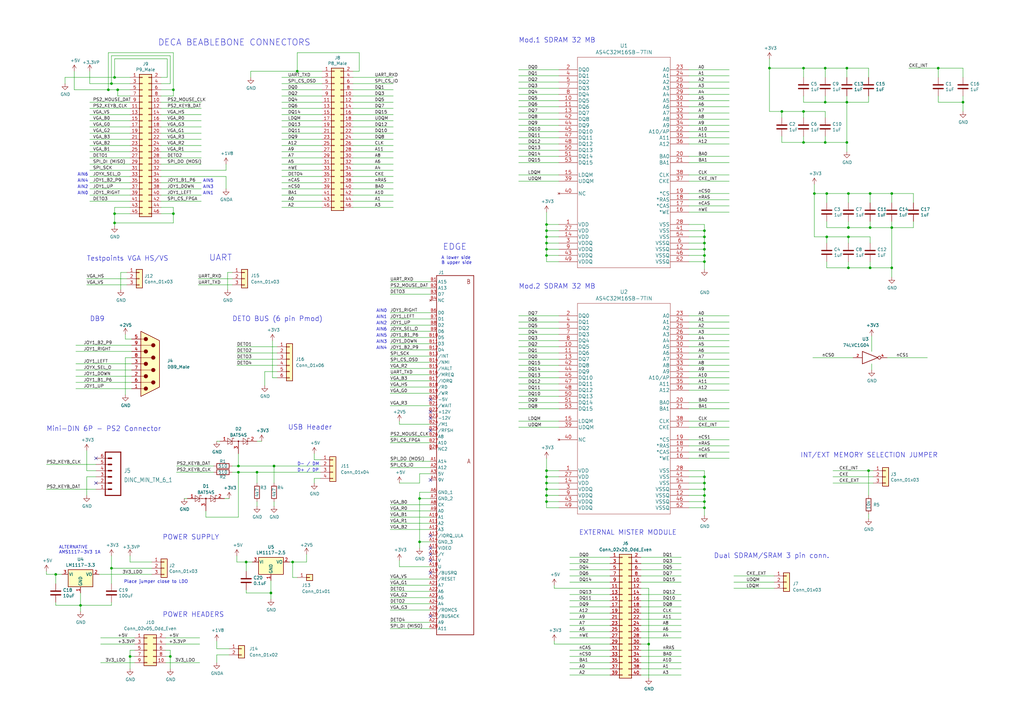
<source format=kicad_sch>
(kicad_sch (version 20211123) (generator eeschema)
  (paper "A3")
  (junction (at 347.345 41.91))
  (junction (at 315.595 27.94))
  (junction (at 224.155 195.58))
  (junction (at 288.925 195.58))
  (junction (at 45.72 34.29))
  (junction (at 111.125 243.205))
  (junction (at 46.99 91.44))
  (junction (at 365.76 93.345))
  (junction (at 33.02 248.285))
  (junction (at 224.155 193.04))
  (junction (at 384.81 27.94))
  (junction (at 224.155 94.615))
  (junction (at 224.155 200.66))
  (junction (at 46.99 31.75))
  (junction (at 288.925 107.315))
  (junction (at 356.87 109.855))
  (junction (at 224.155 92.075))
  (junction (at 266.065 264.16))
  (junction (at 46.99 87.63))
  (junction (at 288.925 205.74))
  (junction (at 356.87 79.375))
  (junction (at 224.155 198.12))
  (junction (at 347.345 27.94))
  (junction (at 172.085 222.25))
  (junction (at 347.98 109.855))
  (junction (at 288.925 200.66))
  (junction (at 288.925 104.775))
  (junction (at 100.965 230.505))
  (junction (at 120.015 230.505))
  (junction (at 172.085 204.47))
  (junction (at 53.34 269.24))
  (junction (at 44.45 36.83))
  (junction (at 329.565 45.72))
  (junction (at 394.97 41.91))
  (junction (at 347.98 79.375))
  (junction (at 338.455 58.42))
  (junction (at 338.455 27.94))
  (junction (at 320.675 45.72))
  (junction (at 224.155 102.235))
  (junction (at 224.155 203.2))
  (junction (at 288.925 102.235))
  (junction (at 48.26 36.83))
  (junction (at 288.925 94.615))
  (junction (at 365.76 79.375))
  (junction (at 288.925 97.155))
  (junction (at 347.98 93.345))
  (junction (at 356.87 93.345))
  (junction (at 224.155 99.695))
  (junction (at 45.72 233.045))
  (junction (at 22.86 235.585))
  (junction (at 71.12 87.63))
  (junction (at 365.76 109.855))
  (junction (at 347.98 97.155))
  (junction (at 339.09 97.155))
  (junction (at 288.925 203.2))
  (junction (at 121.92 29.21))
  (junction (at 288.925 198.12))
  (junction (at 97.79 191.135))
  (junction (at 105.41 193.675))
  (junction (at 338.455 41.91))
  (junction (at 339.09 79.375))
  (junction (at 71.12 36.83))
  (junction (at 112.395 191.135))
  (junction (at 69.85 269.24))
  (junction (at 329.565 27.94))
  (junction (at 224.155 205.74))
  (junction (at 288.925 99.695))
  (junction (at 288.925 208.28))
  (junction (at 347.345 58.42))
  (junction (at 97.79 193.675))
  (junction (at 356.235 193.04))
  (junction (at 334.01 79.375))
  (junction (at 329.565 58.42))
  (junction (at 224.155 97.155))
  (junction (at 224.155 104.775))
  (no_connect (at 176.53 227.33))
  (no_connect (at 176.53 176.53))
  (no_connect (at 176.53 252.73))
  (no_connect (at 176.53 196.85))
  (no_connect (at 176.53 229.87))
  (no_connect (at 176.53 224.79))
  (no_connect (at 39.37 187.96))
  (no_connect (at 39.37 198.12))
  (no_connect (at 176.53 234.95))
  (no_connect (at 176.53 171.45))
  (no_connect (at 176.53 163.83))
  (no_connect (at 176.53 168.91))
  (no_connect (at 176.53 219.71))
  (wire (pts (xy 227.33 262.89) (xy 227.33 264.16)))
  (wire (pts (xy 299.085 154.94) (xy 282.575 154.94)))
  (wire (pts (xy 71.12 39.37) (xy 66.04 39.37)))
  (wire (pts (xy 282.575 102.235) (xy 288.925 102.235)))
  (wire (pts (xy 161.29 59.69) (xy 144.78 59.69)))
  (wire (pts (xy 338.455 45.72) (xy 338.455 48.26)))
  (wire (pts (xy 132.08 64.77) (xy 115.57 64.77)))
  (wire (pts (xy 125.73 230.505) (xy 125.73 227.33)))
  (wire (pts (xy 82.55 64.77) (xy 66.04 64.77)))
  (wire (pts (xy 279.4 248.92) (xy 262.89 248.92)))
  (wire (pts (xy 250.19 276.86) (xy 233.68 276.86)))
  (wire (pts (xy 299.085 147.32) (xy 282.575 147.32)))
  (wire (pts (xy 349.885 146.685) (xy 333.375 146.685)))
  (wire (pts (xy 147.32 21.59) (xy 121.92 21.59)))
  (wire (pts (xy 82.55 77.47) (xy 66.04 77.47)))
  (wire (pts (xy 229.235 61.595) (xy 212.725 61.595)))
  (wire (pts (xy 224.155 200.66) (xy 224.155 203.2)))
  (wire (pts (xy 31.115 159.385) (xy 53.975 159.385)))
  (wire (pts (xy 224.155 94.615) (xy 224.155 97.155)))
  (wire (pts (xy 35.56 195.58) (xy 35.56 203.2)))
  (wire (pts (xy 147.32 29.21) (xy 144.78 29.21)))
  (wire (pts (xy 250.19 271.78) (xy 233.68 271.78)))
  (wire (pts (xy 111.125 243.205) (xy 111.125 245.745)))
  (wire (pts (xy 384.81 27.94) (xy 394.97 27.94)))
  (wire (pts (xy 329.565 48.26) (xy 329.565 45.72)))
  (wire (pts (xy 31.115 144.145) (xy 53.975 144.145)))
  (wire (pts (xy 53.34 62.23) (xy 36.83 62.23)))
  (wire (pts (xy 53.34 82.55) (xy 36.83 82.55)))
  (wire (pts (xy 315.595 24.13) (xy 315.595 27.94)))
  (wire (pts (xy 69.85 269.24) (xy 69.85 266.7)))
  (wire (pts (xy 88.9 268.605) (xy 93.98 268.605)))
  (wire (pts (xy 299.085 167.64) (xy 282.575 167.64)))
  (wire (pts (xy 356.87 107.315) (xy 356.87 109.855)))
  (wire (pts (xy 229.235 64.135) (xy 212.725 64.135)))
  (wire (pts (xy 357.505 144.145) (xy 357.505 137.795)))
  (wire (pts (xy 121.92 236.855) (xy 120.015 236.855)))
  (wire (pts (xy 347.345 41.91) (xy 356.235 41.91)))
  (wire (pts (xy 338.455 58.42) (xy 347.345 58.42)))
  (wire (pts (xy 315.595 27.94) (xy 315.595 45.72)))
  (wire (pts (xy 299.085 46.355) (xy 282.575 46.355)))
  (wire (pts (xy 372.745 27.94) (xy 384.81 27.94)))
  (wire (pts (xy 39.37 195.58) (xy 35.56 195.58)))
  (wire (pts (xy 53.34 59.69) (xy 36.83 59.69)))
  (wire (pts (xy 62.23 233.045) (xy 45.72 233.045)))
  (wire (pts (xy 93.345 118.745) (xy 93.345 111.76)))
  (wire (pts (xy 132.08 74.93) (xy 115.57 74.93)))
  (wire (pts (xy 229.235 56.515) (xy 212.725 56.515)))
  (wire (pts (xy 176.53 181.61) (xy 160.02 181.61)))
  (wire (pts (xy 347.98 93.345) (xy 356.87 93.345)))
  (wire (pts (xy 299.085 149.86) (xy 282.575 149.86)))
  (wire (pts (xy 176.53 201.93) (xy 172.085 201.93)))
  (wire (pts (xy 82.55 82.55) (xy 66.04 82.55)))
  (wire (pts (xy 227.33 241.3) (xy 250.19 241.3)))
  (wire (pts (xy 82.55 46.99) (xy 66.04 46.99)))
  (wire (pts (xy 299.085 36.195) (xy 282.575 36.195)))
  (wire (pts (xy 229.235 129.54) (xy 212.725 129.54)))
  (wire (pts (xy 51.435 146.685) (xy 53.975 146.685)))
  (wire (pts (xy 279.4 236.22) (xy 262.89 236.22)))
  (wire (pts (xy 339.09 97.155) (xy 347.98 97.155)))
  (wire (pts (xy 161.29 52.07) (xy 144.78 52.07)))
  (wire (pts (xy 53.34 227.965) (xy 53.34 230.505)))
  (wire (pts (xy 250.19 274.32) (xy 233.68 274.32)))
  (wire (pts (xy 229.235 36.195) (xy 212.725 36.195)))
  (wire (pts (xy 224.155 104.775) (xy 224.155 107.315)))
  (wire (pts (xy 72.39 191.135) (xy 87.63 191.135)))
  (wire (pts (xy 229.235 48.895) (xy 212.725 48.895)))
  (wire (pts (xy 356.235 41.91) (xy 356.235 39.37)))
  (wire (pts (xy 224.155 198.12) (xy 224.155 195.58)))
  (wire (pts (xy 132.08 49.53) (xy 115.57 49.53)))
  (wire (pts (xy 53.34 77.47) (xy 36.83 77.47)))
  (wire (pts (xy 53.34 31.75) (xy 46.99 31.75)))
  (wire (pts (xy 71.12 91.44) (xy 46.99 91.44)))
  (wire (pts (xy 288.925 205.74) (xy 288.925 208.28)))
  (wire (pts (xy 279.4 261.62) (xy 262.89 261.62)))
  (wire (pts (xy 299.085 165.1) (xy 282.575 165.1)))
  (wire (pts (xy 288.925 198.12) (xy 288.925 200.66)))
  (wire (pts (xy 45.72 34.29) (xy 53.34 34.29)))
  (wire (pts (xy 299.085 142.24) (xy 282.575 142.24)))
  (wire (pts (xy 299.085 51.435) (xy 282.575 51.435)))
  (wire (pts (xy 176.53 191.77) (xy 160.02 191.77)))
  (wire (pts (xy 288.925 193.04) (xy 288.925 195.58)))
  (wire (pts (xy 288.925 94.615) (xy 288.925 97.155)))
  (wire (pts (xy 176.53 207.01) (xy 160.02 207.01)))
  (wire (pts (xy 288.925 97.155) (xy 288.925 99.695)))
  (wire (pts (xy 176.53 173.99) (xy 163.83 173.99)))
  (wire (pts (xy 339.09 109.855) (xy 347.98 109.855)))
  (wire (pts (xy 33.02 243.205) (xy 33.02 248.285)))
  (wire (pts (xy 22.86 239.395) (xy 22.86 235.585)))
  (wire (pts (xy 68.58 24.13) (xy 68.58 31.75)))
  (wire (pts (xy 229.235 104.775) (xy 224.155 104.775)))
  (wire (pts (xy 71.12 36.83) (xy 66.04 36.83)))
  (wire (pts (xy 176.53 146.05) (xy 160.02 146.05)))
  (wire (pts (xy 31.115 141.605) (xy 53.975 141.605)))
  (wire (pts (xy 161.29 67.31) (xy 144.78 67.31)))
  (wire (pts (xy 279.4 251.46) (xy 262.89 251.46)))
  (wire (pts (xy 113.665 149.86) (xy 97.155 149.86)))
  (wire (pts (xy 95.25 191.135) (xy 97.79 191.135)))
  (wire (pts (xy 81.28 116.84) (xy 95.25 116.84)))
  (wire (pts (xy 172.085 194.31) (xy 176.53 194.31)))
  (wire (pts (xy 52.07 114.3) (xy 35.56 114.3)))
  (wire (pts (xy 339.09 93.345) (xy 347.98 93.345)))
  (wire (pts (xy 299.085 86.995) (xy 282.575 86.995)))
  (wire (pts (xy 176.53 257.81) (xy 160.02 257.81)))
  (wire (pts (xy 334.01 79.375) (xy 334.01 97.155)))
  (wire (pts (xy 46.99 85.09) (xy 46.99 87.63)))
  (wire (pts (xy 279.4 276.86) (xy 262.89 276.86)))
  (wire (pts (xy 97.79 193.675) (xy 105.41 193.675)))
  (wire (pts (xy 19.05 235.585) (xy 22.86 235.585)))
  (wire (pts (xy 224.155 99.695) (xy 224.155 102.235)))
  (wire (pts (xy 111.76 139.7) (xy 111.76 154.94)))
  (wire (pts (xy 48.26 36.83) (xy 53.34 36.83)))
  (wire (pts (xy 334.01 79.375) (xy 339.09 79.375)))
  (wire (pts (xy 176.53 115.57) (xy 160.02 115.57)))
  (wire (pts (xy 229.235 152.4) (xy 212.725 152.4)))
  (wire (pts (xy 161.29 72.39) (xy 144.78 72.39)))
  (wire (pts (xy 299.085 59.055) (xy 282.575 59.055)))
  (wire (pts (xy 279.4 231.14) (xy 262.89 231.14)))
  (wire (pts (xy 132.08 85.09) (xy 115.57 85.09)))
  (wire (pts (xy 299.085 187.96) (xy 282.575 187.96)))
  (wire (pts (xy 279.4 254) (xy 262.89 254)))
  (wire (pts (xy 224.155 97.155) (xy 224.155 99.695)))
  (wire (pts (xy 68.58 24.13) (xy 46.99 24.13)))
  (wire (pts (xy 100.965 230.505) (xy 103.505 230.505)))
  (wire (pts (xy 161.29 69.85) (xy 144.78 69.85)))
  (wire (pts (xy 45.72 239.395) (xy 45.72 233.045)))
  (wire (pts (xy 31.115 156.845) (xy 53.975 156.845)))
  (wire (pts (xy 161.29 82.55) (xy 144.78 82.55)))
  (wire (pts (xy 229.235 99.695) (xy 224.155 99.695)))
  (wire (pts (xy 356.87 83.185) (xy 356.87 79.375)))
  (wire (pts (xy 357.505 151.765) (xy 357.505 149.225)))
  (wire (pts (xy 31.115 149.225) (xy 53.975 149.225)))
  (wire (pts (xy 229.235 71.755) (xy 212.725 71.755)))
  (wire (pts (xy 339.09 83.185) (xy 339.09 79.375)))
  (wire (pts (xy 338.455 39.37) (xy 338.455 41.91)))
  (wire (pts (xy 299.085 139.7) (xy 282.575 139.7)))
  (wire (pts (xy 51.435 146.685) (xy 51.435 161.925)))
  (wire (pts (xy 229.235 51.435) (xy 212.725 51.435)))
  (wire (pts (xy 176.53 158.75) (xy 160.02 158.75)))
  (wire (pts (xy 176.53 237.49) (xy 160.02 237.49)))
  (wire (pts (xy 279.4 238.76) (xy 262.89 238.76)))
  (wire (pts (xy 161.29 57.15) (xy 144.78 57.15)))
  (wire (pts (xy 22.86 235.585) (xy 25.4 235.585)))
  (wire (pts (xy 176.53 156.21) (xy 160.02 156.21)))
  (wire (pts (xy 84.455 212.09) (xy 97.79 212.09)))
  (wire (pts (xy 288.925 104.775) (xy 288.925 107.315)))
  (wire (pts (xy 288.925 99.695) (xy 288.925 102.235)))
  (wire (pts (xy 88.9 262.89) (xy 88.9 266.065)))
  (wire (pts (xy 176.53 189.23) (xy 160.02 189.23)))
  (wire (pts (xy 53.975 139.065) (xy 51.435 139.065)))
  (wire (pts (xy 288.925 200.66) (xy 288.925 203.2)))
  (wire (pts (xy 356.235 31.75) (xy 356.235 27.94)))
  (wire (pts (xy 132.08 72.39) (xy 115.57 72.39)))
  (wire (pts (xy 279.4 271.78) (xy 262.89 271.78)))
  (wire (pts (xy 66.04 34.29) (xy 69.85 34.29)))
  (wire (pts (xy 299.085 84.455) (xy 282.575 84.455)))
  (wire (pts (xy 132.08 59.69) (xy 115.57 59.69)))
  (wire (pts (xy 67.945 271.78) (xy 81.915 271.78)))
  (wire (pts (xy 118.745 230.505) (xy 120.015 230.505)))
  (wire (pts (xy 172.085 222.25) (xy 172.085 224.79)))
  (wire (pts (xy 224.155 193.04) (xy 224.155 187.96)))
  (wire (pts (xy 315.595 27.94) (xy 329.565 27.94)))
  (wire (pts (xy 111.76 154.94) (xy 113.665 154.94)))
  (wire (pts (xy 161.29 62.23) (xy 144.78 62.23)))
  (wire (pts (xy 299.085 43.815) (xy 282.575 43.815)))
  (wire (pts (xy 394.97 41.91) (xy 394.97 45.72)))
  (wire (pts (xy 41.275 261.62) (xy 55.245 261.62)))
  (wire (pts (xy 365.76 93.345) (xy 374.65 93.345)))
  (wire (pts (xy 224.155 92.075) (xy 224.155 94.615)))
  (wire (pts (xy 262.89 264.16) (xy 266.065 264.16)))
  (wire (pts (xy 176.53 120.65) (xy 160.02 120.65)))
  (wire (pts (xy 31.115 154.305) (xy 53.975 154.305)))
  (wire (pts (xy 299.085 129.54) (xy 282.575 129.54)))
  (wire (pts (xy 176.53 138.43) (xy 160.02 138.43)))
  (wire (pts (xy 229.235 92.075) (xy 224.155 92.075)))
  (wire (pts (xy 282.575 200.66) (xy 288.925 200.66)))
  (wire (pts (xy 250.19 231.14) (xy 233.68 231.14)))
  (wire (pts (xy 176.53 143.51) (xy 160.02 143.51)))
  (wire (pts (xy 288.925 203.2) (xy 288.925 205.74)))
  (wire (pts (xy 229.235 142.24) (xy 212.725 142.24)))
  (wire (pts (xy 176.53 179.07) (xy 160.02 179.07)))
  (wire (pts (xy 36.83 34.29) (xy 36.83 29.21)))
  (wire (pts (xy 176.53 135.89) (xy 160.02 135.89)))
  (wire (pts (xy 69.85 34.29) (xy 69.85 22.86)))
  (wire (pts (xy 97.79 191.135) (xy 112.395 191.135)))
  (wire (pts (xy 229.235 107.315) (xy 224.155 107.315)))
  (wire (pts (xy 250.19 266.7) (xy 233.68 266.7)))
  (wire (pts (xy 108.585 158.115) (xy 108.585 152.4)))
  (wire (pts (xy 55.245 269.24) (xy 53.34 269.24)))
  (wire (pts (xy 299.085 157.48) (xy 282.575 157.48)))
  (wire (pts (xy 356.87 97.155) (xy 356.87 99.695)))
  (wire (pts (xy 299.085 66.675) (xy 282.575 66.675)))
  (wire (pts (xy 68.58 31.75) (xy 66.04 31.75)))
  (wire (pts (xy 176.53 242.57) (xy 160.02 242.57)))
  (wire (pts (xy 53.34 57.15) (xy 36.83 57.15)))
  (polyline (pts (xy -43.18 244.475) (xy -0.635 244.475)))
  (wire (pts (xy 229.235 139.7) (xy 212.725 139.7)))
  (wire (pts (xy 279.4 233.68) (xy 262.89 233.68)))
  (wire (pts (xy 394.97 39.37) (xy 394.97 41.91)))
  (wire (pts (xy 320.675 58.42) (xy 329.565 58.42)))
  (wire (pts (xy 112.395 191.135) (xy 131.445 191.135)))
  (wire (pts (xy 299.085 132.08) (xy 282.575 132.08)))
  (wire (pts (xy 112.395 205.74) (xy 112.395 207.645)))
  (wire (pts (xy 229.235 41.275) (xy 212.725 41.275)))
  (wire (pts (xy 299.085 172.72) (xy 282.575 172.72)))
  (wire (pts (xy 176.53 217.17) (xy 160.02 217.17)))
  (wire (pts (xy 229.235 172.72) (xy 212.725 172.72)))
  (wire (pts (xy 41.275 264.16) (xy 55.245 264.16)))
  (wire (pts (xy 358.14 195.58) (xy 341.63 195.58)))
  (wire (pts (xy 131.445 196.215) (xy 128.905 196.215)))
  (wire (pts (xy 112.395 198.12) (xy 112.395 191.135)))
  (wire (pts (xy 161.29 85.09) (xy 144.78 85.09)))
  (wire (pts (xy 45.72 22.86) (xy 45.72 34.29)))
  (wire (pts (xy 347.98 83.185) (xy 347.98 79.375)))
  (wire (pts (xy 53.34 230.505) (xy 62.23 230.505)))
  (wire (pts (xy 224.155 205.74) (xy 224.155 208.28)))
  (wire (pts (xy 67.945 261.62) (xy 81.915 261.62)))
  (wire (pts (xy 121.92 21.59) (xy 121.92 29.21)))
  (wire (pts (xy 53.34 80.01) (xy 36.83 80.01)))
  (wire (pts (xy 317.5 238.76) (xy 300.99 238.76)))
  (wire (pts (xy 111.125 238.125) (xy 111.125 243.205)))
  (wire (pts (xy 338.455 27.94) (xy 347.345 27.94)))
  (wire (pts (xy 250.19 243.84) (xy 233.68 243.84)))
  (wire (pts (xy 53.34 46.99) (xy 36.83 46.99)))
  (wire (pts (xy 229.235 38.735) (xy 212.725 38.735)))
  (wire (pts (xy 163.83 173.99) (xy 163.83 172.72)))
  (wire (pts (xy 46.99 87.63) (xy 46.99 91.44)))
  (wire (pts (xy 163.83 232.41) (xy 163.83 229.87)))
  (wire (pts (xy 82.55 49.53) (xy 66.04 49.53)))
  (wire (pts (xy 41.275 271.78) (xy 55.245 271.78)))
  (wire (pts (xy 356.87 79.375) (xy 365.76 79.375)))
  (wire (pts (xy 71.12 21.59) (xy 44.45 21.59)))
  (wire (pts (xy 282.575 198.12) (xy 288.925 198.12)))
  (wire (pts (xy 365.76 93.345) (xy 365.76 109.855)))
  (wire (pts (xy 132.08 57.15) (xy 115.57 57.15)))
  (wire (pts (xy 105.41 193.675) (xy 131.445 193.675)))
  (wire (pts (xy 53.34 41.91) (xy 36.83 41.91)))
  (wire (pts (xy 282.575 99.695) (xy 288.925 99.695)))
  (wire (pts (xy 279.4 266.7) (xy 262.89 266.7)))
  (wire (pts (xy 288.925 92.075) (xy 288.925 94.615)))
  (wire (pts (xy 176.53 128.27) (xy 160.02 128.27)))
  (wire (pts (xy 374.65 90.805) (xy 374.65 93.345)))
  (wire (pts (xy 97.155 227.965) (xy 97.155 230.505)))
  (wire (pts (xy 176.53 209.55) (xy 160.02 209.55)))
  (wire (pts (xy 176.53 204.47) (xy 172.085 204.47)))
  (wire (pts (xy 250.19 259.08) (xy 233.68 259.08)))
  (wire (pts (xy 75.565 204.47) (xy 76.835 204.47)))
  (wire (pts (xy 250.19 248.92) (xy 233.68 248.92)))
  (wire (pts (xy 356.87 93.345) (xy 365.76 93.345)))
  (wire (pts (xy 320.675 55.88) (xy 320.675 58.42)))
  (wire (pts (xy 113.665 147.32) (xy 97.155 147.32)))
  (wire (pts (xy 288.925 107.315) (xy 288.925 110.49)))
  (wire (pts (xy 22.86 247.015) (xy 22.86 248.285)))
  (wire (pts (xy 250.19 254) (xy 233.68 254)))
  (wire (pts (xy 176.53 166.37) (xy 160.02 166.37)))
  (wire (pts (xy 358.14 198.12) (xy 341.63 198.12)))
  (wire (pts (xy 299.085 160.02) (xy 282.575 160.02)))
  (wire (pts (xy 299.085 31.115) (xy 282.575 31.115)))
  (wire (pts (xy 132.08 54.61) (xy 115.57 54.61)))
  (wire (pts (xy 82.55 54.61) (xy 66.04 54.61)))
  (wire (pts (xy 229.235 167.64) (xy 212.725 167.64)))
  (wire (pts (xy 229.235 147.32) (xy 212.725 147.32)))
  (wire (pts (xy 229.235 193.04) (xy 224.155 193.04)))
  (wire (pts (xy 44.45 21.59) (xy 44.45 36.83)))
  (wire (pts (xy 365.76 109.855) (xy 365.76 113.665)))
  (wire (pts (xy 317.5 241.3) (xy 300.99 241.3)))
  (wire (pts (xy 299.085 38.735) (xy 282.575 38.735)))
  (wire (pts (xy 315.595 45.72) (xy 320.675 45.72)))
  (wire (pts (xy 329.565 27.94) (xy 338.455 27.94)))
  (wire (pts (xy 176.53 245.11) (xy 160.02 245.11)))
  (wire (pts (xy 282.575 104.775) (xy 288.925 104.775)))
  (wire (pts (xy 88.9 266.065) (xy 93.98 266.065)))
  (wire (pts (xy 67.945 264.16) (xy 81.915 264.16)))
  (wire (pts (xy 40.64 235.585) (xy 62.23 235.585)))
  (wire (pts (xy 347.98 97.155) (xy 356.87 97.155)))
  (wire (pts (xy 35.56 193.04) (xy 35.56 184.785)))
  (wire (pts (xy 282.575 92.075) (xy 288.925 92.075)))
  (wire (pts (xy 329.565 39.37) (xy 329.565 41.91)))
  (wire (pts (xy 229.235 31.115) (xy 212.725 31.115)))
  (wire (pts (xy 338.455 41.91) (xy 347.345 41.91)))
  (wire (pts (xy 132.08 29.21) (xy 121.92 29.21)))
  (wire (pts (xy 339.09 107.315) (xy 339.09 109.855)))
  (wire (pts (xy 132.08 31.75) (xy 115.57 31.75)))
  (wire (pts (xy 128.905 196.215) (xy 128.905 198.12)))
  (wire (pts (xy 100.965 234.315) (xy 100.965 230.505)))
  (wire (pts (xy 132.08 62.23) (xy 115.57 62.23)))
  (wire (pts (xy 356.235 203.2) (xy 356.235 193.04)))
  (wire (pts (xy 334.01 97.155) (xy 339.09 97.155)))
  (wire (pts (xy 176.53 232.41) (xy 163.83 232.41)))
  (wire (pts (xy 299.085 53.975) (xy 282.575 53.975)))
  (wire (pts (xy 71.12 87.63) (xy 66.04 87.63)))
  (wire (pts (xy 250.19 236.22) (xy 233.68 236.22)))
  (wire (pts (xy 66.04 85.09) (xy 71.12 85.09)))
  (wire (pts (xy 329.565 58.42) (xy 338.455 58.42)))
  (wire (pts (xy 53.34 266.7) (xy 55.245 266.7)))
  (wire (pts (xy 161.29 41.91) (xy 144.78 41.91)))
  (wire (pts (xy 299.085 180.34) (xy 282.575 180.34)))
  (wire (pts (xy 338.455 55.88) (xy 338.455 58.42)))
  (wire (pts (xy 132.08 69.85) (xy 115.57 69.85)))
  (wire (pts (xy 250.19 256.54) (xy 233.68 256.54)))
  (wire (pts (xy 334.01 75.565) (xy 334.01 79.375)))
  (wire (pts (xy 229.235 134.62) (xy 212.725 134.62)))
  (wire (pts (xy 172.085 201.93) (xy 172.085 204.47)))
  (wire (pts (xy 320.675 45.72) (xy 329.565 45.72)))
  (wire (pts (xy 176.53 240.03) (xy 160.02 240.03)))
  (wire (pts (xy 128.905 188.595) (xy 128.905 186.055)))
  (wire (pts (xy 279.4 228.6) (xy 262.89 228.6)))
  (wire (pts (xy 229.235 198.12) (xy 224.155 198.12)))
  (wire (pts (xy 22.86 248.285) (xy 33.02 248.285)))
  (wire (pts (xy 39.37 193.04) (xy 35.56 193.04)))
  (wire (pts (xy 92.71 72.39) (xy 92.71 77.47)))
  (wire (pts (xy 71.12 39.37) (xy 71.12 36.83)))
  (wire (pts (xy 299.085 81.915) (xy 282.575 81.915)))
  (wire (pts (xy 36.83 34.29) (xy 45.72 34.29)))
  (wire (pts (xy 279.4 256.54) (xy 262.89 256.54)))
  (wire (pts (xy 365.76 79.375) (xy 374.65 79.375)))
  (wire (pts (xy 132.08 80.01) (xy 115.57 80.01)))
  (wire (pts (xy 229.235 149.86) (xy 212.725 149.86)))
  (wire (pts (xy 358.14 193.04) (xy 356.235 193.04)))
  (polyline (pts (xy -1.27 244.475) (xy -1.27 222.25)))
  (wire (pts (xy 282.575 74.295) (xy 299.085 74.295)))
  (wire (pts (xy 299.085 144.78) (xy 282.575 144.78)))
  (wire (pts (xy 229.235 162.56) (xy 212.725 162.56)))
  (wire (pts (xy 97.79 212.09) (xy 97.79 193.675)))
  (wire (pts (xy 161.29 54.61) (xy 144.78 54.61)))
  (wire (pts (xy 176.53 140.97) (xy 160.02 140.97)))
  (wire (pts (xy 82.55 41.91) (xy 66.04 41.91)))
  (wire (pts (xy 317.5 236.22) (xy 300.99 236.22)))
  (wire (pts (xy 131.445 188.595) (xy 128.905 188.595)))
  (wire (pts (xy 299.085 56.515) (xy 282.575 56.515)))
  (wire (pts (xy 356.87 109.855) (xy 365.76 109.855)))
  (wire (pts (xy 299.085 33.655) (xy 282.575 33.655)))
  (wire (pts (xy 266.065 241.3) (xy 262.89 241.3)))
  (wire (pts (xy 53.34 64.77) (xy 36.83 64.77)))
  (wire (pts (xy 299.085 41.275) (xy 282.575 41.275)))
  (wire (pts (xy 132.08 44.45) (xy 115.57 44.45)))
  (wire (pts (xy 53.34 269.24) (xy 53.34 266.7)))
  (wire (pts (xy 229.235 175.26) (xy 212.725 175.26)))
  (wire (pts (xy 93.98 204.47) (xy 92.075 204.47)))
  (wire (pts (xy 69.85 266.7) (xy 67.945 266.7)))
  (wire (pts (xy 347.345 31.75) (xy 347.345 27.94)))
  (wire (pts (xy 299.085 79.375) (xy 282.575 79.375)))
  (wire (pts (xy 347.98 90.805) (xy 347.98 93.345)))
  (wire (pts (xy 356.235 210.82) (xy 356.235 212.725)))
  (polyline (pts (xy -43.18 244.475) (xy -43.18 222.25)))
  (wire (pts (xy 229.235 205.74) (xy 224.155 205.74)))
  (wire (pts (xy 282.575 205.74) (xy 288.925 205.74)))
  (wire (pts (xy 347.98 79.375) (xy 356.87 79.375)))
  (wire (pts (xy 176.53 130.81) (xy 160.02 130.81)))
  (wire (pts (xy 53.34 74.93) (xy 36.83 74.93)))
  (wire (pts (xy 347.345 39.37) (xy 347.345 41.91)))
  (wire (pts (xy 26.67 34.29) (xy 26.67 31.75)))
  (wire (pts (xy 176.53 212.09) (xy 160.02 212.09)))
  (wire (pts (xy 120.015 230.505) (xy 125.73 230.505)))
  (wire (pts (xy 113.665 142.24) (xy 97.155 142.24)))
  (wire (pts (xy 229.235 33.655) (xy 212.725 33.655)))
  (wire (pts (xy 53.34 54.61) (xy 36.83 54.61)))
  (wire (pts (xy 176.53 161.29) (xy 160.02 161.29)))
  (wire (pts (xy 229.235 203.2) (xy 224.155 203.2)))
  (wire (pts (xy 282.575 175.26) (xy 299.085 175.26)))
  (wire (pts (xy 356.87 90.805) (xy 356.87 93.345)))
  (wire (pts (xy 229.235 200.66) (xy 224.155 200.66)))
  (wire (pts (xy 33.02 248.285) (xy 33.02 250.825)))
  (wire (pts (xy 82.55 80.01) (xy 66.04 80.01)))
  (wire (pts (xy 365.76 90.805) (xy 365.76 93.345)))
  (wire (pts (xy 282.575 193.04) (xy 288.925 193.04)))
  (wire (pts (xy 35.56 116.84) (xy 52.07 116.84)))
  (wire (pts (xy 288.925 195.58) (xy 288.925 198.12)))
  (wire (pts (xy 102.87 31.75) (xy 102.87 29.21)))
  (wire (pts (xy 374.65 83.185) (xy 374.65 79.375)))
  (wire (pts (xy 250.19 269.24) (xy 233.68 269.24)))
  (wire (pts (xy 229.235 165.1) (xy 212.725 165.1)))
  (wire (pts (xy 229.235 46.355) (xy 212.725 46.355)))
  (wire (pts (xy 299.085 152.4) (xy 282.575 152.4)))
  (wire (pts (xy 172.085 204.47) (xy 172.085 222.25)))
  (wire (pts (xy 229.235 59.055) (xy 212.725 59.055)))
  (wire (pts (xy 132.08 36.83) (xy 115.57 36.83)))
  (wire (pts (xy 100.965 241.935) (xy 100.965 243.205)))
  (wire (pts (xy 229.235 160.02) (xy 212.725 160.02)))
  (wire (pts (xy 176.53 214.63) (xy 160.02 214.63)))
  (wire (pts (xy 279.4 243.84) (xy 262.89 243.84)))
  (wire (pts (xy 82.55 52.07) (xy 66.04 52.07)))
  (wire (pts (xy 88.9 271.78) (xy 88.9 268.605)))
  (wire (pts (xy 92.71 69.85) (xy 92.71 67.31)))
  (wire (pts (xy 227.33 240.03) (xy 227.33 241.3)))
  (wire (pts (xy 53.34 44.45) (xy 36.83 44.45)))
  (wire (pts (xy 224.155 195.58) (xy 224.155 193.04)))
  (wire (pts (xy 132.08 39.37) (xy 115.57 39.37)))
  (wire (pts (xy 161.29 77.47) (xy 144.78 77.47)))
  (wire (pts (xy 329.565 55.88) (xy 329.565 58.42)))
  (wire (pts (xy 82.55 62.23) (xy 66.04 62.23)))
  (wire (pts (xy 81.28 114.3) (xy 95.25 114.3)))
  (wire (pts (xy 266.065 278.13) (xy 266.065 264.16)))
  (wire (pts (xy 172.085 198.12) (xy 172.085 194.31)))
  (wire (pts (xy 229.235 132.08) (xy 212.725 132.08)))
  (wire (pts (xy 53.34 87.63) (xy 46.99 87.63)))
  (wire (pts (xy 45.72 248.285) (xy 33.02 248.285)))
  (wire (pts (xy 161.29 39.37) (xy 144.78 39.37)))
  (wire (pts (xy 250.19 246.38) (xy 233.68 246.38)))
  (wire (pts (xy 72.39 193.675) (xy 87.63 193.675)))
  (wire (pts (xy 229.235 137.16) (xy 212.725 137.16)))
  (wire (pts (xy 279.4 246.38) (xy 262.89 246.38)))
  (wire (pts (xy 31.115 151.765) (xy 53.975 151.765)))
  (wire (pts (xy 161.29 74.93) (xy 144.78 74.93)))
  (wire (pts (xy 82.55 67.31) (xy 66.04 67.31)))
  (wire (pts (xy 132.08 82.55) (xy 115.57 82.55)))
  (wire (pts (xy 46.99 24.13) (xy 46.99 31.75)))
  (wire (pts (xy 30.48 36.83) (xy 44.45 36.83)))
  (wire (pts (xy 53.34 39.37) (xy 48.26 39.37)))
  (wire (pts (xy 48.26 39.37) (xy 48.26 36.83)))
  (wire (pts (xy 299.085 134.62) (xy 282.575 134.62)))
  (wire (pts (xy 250.19 251.46) (xy 233.68 251.46)))
  (wire (pts (xy 229.235 97.155) (xy 224.155 97.155)))
  (wire (pts (xy 229.235 43.815) (xy 212.725 43.815)))
  (wire (pts (xy 45.72 247.015) (xy 45.72 248.285)))
  (wire (pts (xy 176.53 118.11) (xy 160.02 118.11)))
  (wire (pts (xy 229.235 53.975) (xy 212.725 53.975)))
  (wire (pts (xy 88.9 180.975) (xy 90.17 180.975)))
  (polyline (pts (xy -43.18 222.25) (xy -0.635 222.25)))
  (wire (pts (xy 82.55 57.15) (xy 66.04 57.15)))
  (wire (pts (xy 163.83 198.12) (xy 172.085 198.12)))
  (wire (pts (xy 250.19 238.76) (xy 233.68 238.76)))
  (wire (pts (xy 84.455 209.55) (xy 84.455 212.09)))
  (wire (pts (xy 339.09 79.375) (xy 347.98 79.375)))
  (wire (pts (xy 347.98 99.695) (xy 347.98 97.155)))
  (wire (pts (xy 176.53 222.25) (xy 172.085 222.25)))
  (wire (pts (xy 299.085 71.755) (xy 282.575 71.755)))
  (wire (pts (xy 97.155 230.505) (xy 100.965 230.505)))
  (wire (pts (xy 107.315 180.975) (xy 105.41 180.975)))
  (wire (pts (xy 161.29 31.75) (xy 144.78 31.75)))
  (wire (pts (xy 132.08 34.29) (xy 115.57 34.29)))
  (wire (pts (xy 66.04 69.85) (xy 92.71 69.85)))
  (wire (pts (xy 365.76 83.185) (xy 365.76 79.375)))
  (wire (pts (xy 339.09 90.805) (xy 339.09 93.345)))
  (wire (pts (xy 320.675 48.26) (xy 320.675 45.72)))
  (wire (pts (xy 250.19 233.68) (xy 233.68 233.68)))
  (wire (pts (xy 113.665 144.78) (xy 97.155 144.78)))
  (wire (pts (xy 229.235 154.94) (xy 212.725 154.94)))
  (wire (pts (xy 299.085 185.42) (xy 282.575 185.42)))
  (wire (pts (xy 356.235 193.04) (xy 341.63 193.04)))
  (wire (pts (xy 161.29 64.77) (xy 144.78 64.77)))
  (wire (pts (xy 347.345 58.42) (xy 347.345 62.23)))
  (wire (pts (xy 229.235 157.48) (xy 212.725 157.48)))
  (wire (pts (xy 105.41 198.12) (xy 105.41 193.675)))
  (wire (pts (xy 176.53 255.27) (xy 160.02 255.27)))
  (wire (pts (xy 69.85 274.32) (xy 69.85 269.24)))
  (wire (pts (xy 69.85 22.86) (xy 45.72 22.86)))
  (wire (pts (xy 250.19 261.62) (xy 233.68 261.62)))
  (wire (pts (xy 229.235 66.675) (xy 212.725 66.675)))
  (wire (pts (xy 100.965 243.205) (xy 111.125 243.205)))
  (wire (pts (xy 224.155 198.12) (xy 224.155 200.66)))
  (wire (pts (xy 66.04 72.39) (xy 92.71 72.39)))
  (wire (pts (xy 93.345 111.76) (xy 95.25 111.76)))
  (wire (pts (xy 53.34 274.32) (xy 53.34 269.24)))
  (wire (pts (xy 299.085 137.16) (xy 282.575 137.16)))
  (wire (pts (xy 282.575 208.28) (xy 288.925 208.28)))
  (wire (pts (xy 384.81 41.91) (xy 394.97 41.91)))
  (wire (pts (xy 394.97 27.94) (xy 394.97 31.75)))
  (wire (pts (xy 67.945 269.24) (xy 69.85 269.24)))
  (wire (pts (xy 299.085 64.135) (xy 282.575 64.135)))
  (wire (pts (xy 132.08 77.47) (xy 115.57 77.47)))
  (wire (pts (xy 108.585 152.4) (xy 113.665 152.4)))
  (wire (pts (xy 176.53 250.19) (xy 160.02 250.19)))
  (wire (pts (xy 132.08 46.99) (xy 115.57 46.99)))
  (wire (pts (xy 97.79 186.055) (xy 97.79 191.135)))
  (wire (pts (xy 339.09 99.695) (xy 339.09 97.155)))
  (wire (pts (xy 82.55 74.93) (xy 66.04 74.93)))
  (wire (pts (xy 282.575 94.615) (xy 288.925 94.615)))
  (wire (pts (xy 299.085 182.88) (xy 282.575 182.88)))
  (wire (pts (xy 161.29 80.01) (xy 144.78 80.01)))
  (wire (pts (xy 19.05 190.5) (xy 39.37 190.5)))
  (wire (pts (xy 229.235 94.615) (xy 224.155 94.615)))
  (wire (pts (xy 132.08 41.91) (xy 115.57 41.91)))
  (wire (pts (xy 49.53 118.745) (xy 49.53 111.76)))
  (wire (pts (xy 347.98 107.315) (xy 347.98 109.855)))
  (wire (pts (xy 102.87 29.21) (xy 121.92 29.21)))
  (wire (pts (xy 176.53 151.13) (xy 160.02 151.13)))
  (wire (pts (xy 229.235 74.295) (xy 212.725 74.295)))
  (wire (pts (xy 288.925 102.235) (xy 288.925 104.775)))
  (wire (pts (xy 71.12 85.09) (xy 71.12 87.63)))
  (wire (pts (xy 380.365 146.685) (xy 363.855 146.685)))
  (wire (pts (xy 347.345 27.94) (xy 356.235 27.94)))
  (wire (pts (xy 384.81 31.75) (xy 384.81 27.94)))
  (wire (pts (xy 329.565 31.75) (xy 329.565 27.94)))
  (wire (pts (xy 26.67 31.75) (xy 46.99 31.75)))
  (wire (pts (xy 229.235 208.28) (xy 224.155 208.28)))
  (wire (pts (xy 266.065 264.16) (xy 266.065 241.3)))
  (wire (pts (xy 53.34 49.53) (xy 36.83 49.53)))
  (wire (pts (xy 53.34 67.31) (xy 36.83 67.31)))
  (wire (pts (xy 299.085 28.575) (xy 282.575 28.575)))
  (wire (pts (xy 53.34 69.85) (xy 36.83 69.85)))
  (wire (pts (xy 82.55 44.45) (xy 66.04 44.45)))
  (wire (pts (xy 224.155 92.075) (xy 224.155 86.995)))
  (wire (pts (xy 44.45 36.83) (xy 48.26 36.83)))
  (wire (pts (xy 384.81 39.37) (xy 384.81 41.91)))
  (wire (pts (xy 161.29 36.83) (xy 144.78 36.83)))
  (wire (pts (xy 49.53 111.76) (xy 52.07 111.76)))
  (wire (pts (xy 132.08 52.07) (xy 115.57 52.07)))
  (wire (pts (xy 329.565 45.72) (xy 338.455 45.72)))
  (wire (pts (xy 132.08 67.31) (xy 115.57 67.31)))
  (wire (pts (xy 279.4 269.24) (xy 262.89 269.24)))
  (wire (pts (xy 176.53 133.35) (xy 160.02 133.35)))
  (wire (pts (xy 161.29 34.29) (xy 144.78 34.29)))
  (wire (pts (xy 329.565 41.91) (xy 338.455 41.91)))
  (wire (pts (xy 71.12 36.83) (xy 71.12 21.59)))
  (wire (pts (xy 161.29 44.45) (xy 144.78 44.45)))
  (wire (pts (xy 279.4 259.08) (xy 262.89 259.08)))
  (wire (pts (xy 224.155 203.2) (xy 224.155 205.74)))
  (wire (pts (xy 229.235 28.575) (xy 212.725 28.575)))
  (wire (pts (xy 229.235 144.78) (xy 212.725 144.78)))
  (wire (pts (xy 282.575 97.155) (xy 288.925 97.155)))
  (wire (pts (xy 176.53 247.65) (xy 160.02 247.65)))
  (wire (pts (xy 279.4 274.32) (xy 262.89 274.32)))
  (wire (pts (xy 120.015 236.855) (xy 120.015 230.505)))
  (wire (pts (xy 282.575 203.2) (xy 288.925 203.2)))
  (wire (pts (xy 51.435 139.065) (xy 51.435 137.16)))
  (wire (pts (xy 282.575 107.315) (xy 288.925 107.315)))
  (wire (pts (xy 282.575 195.58) (xy 288.925 195.58)))
  (wire (pts (xy 347.345 41.91) (xy 347.345 58.42)))
  (wire (pts (xy 250.19 228.6) (xy 233.68 228.6)))
  (wire (pts (xy 30.48 29.21) (xy 30.48 36.83)))
  (wire (pts (xy 95.25 193.675) (xy 97.79 193.675)))
  (wire (pts (xy 338.455 31.75) (xy 338.455 27.94)))
  (wire (pts (xy 19.05 200.66) (xy 39.37 200.66)))
  (wire (pts (xy 46.99 91.44) (xy 46.99 92.71)))
  (wire (pts (xy 147.32 29.21) (xy 147.32 21.59)))
  (wire (pts (xy 105.41 205.74) (xy 105.41 207.645)))
  (wire (pts (xy 19.05 234.315) (xy 19.05 235.585)))
  (wire (pts (xy 82.55 59.69) (xy 66.04 59.69)))
  (wire (pts (xy 71.12 87.63) (xy 71.12 91.44)))
  (wire (pts (xy 299.085 48.895) (xy 282.575 48.895)))
  (wire (pts (xy 53.34 85.09) (xy 46.99 85.09)))
  (wire (pts (xy 53.34 52.07) (xy 36.83 52.07)))
  (wire (pts (xy 288.925 208.28) (xy 288.925 211.455)))
  (wire (pts (xy 229.235 195.58) (xy 224.155 195.58)))
  (wire (pts (xy 161.29 49.53) (xy 144.78 49.53)))
  (wire (pts (xy 161.29 46.99) (xy 144.78 46.99)))
  (wire (pts (xy 229.235 102.235) (xy 224.155 102.235)))
  (wire (pts (xy 53.34 72.39) (xy 36.83 72.39)))
  (wire (pts (xy 347.98 109.855) (xy 356.87 109.855)))
  (wire (pts (xy 176.53 153.67) (xy 160.02 153.67)))
  (wire (pts (xy 176.53 148.59) (xy 160.02 148.59)))
  (wire (pts (xy 224.155 102.235) (xy 224.155 104.775)))
  (wire (pts (xy 45.72 233.045) (xy 45.72 227.965)))
  (wire (pts (xy 227.33 264.16) (xy 250.19 264.16)))
  (text "D+ / DP" (at 121.92 193.675 0) (effects (font (size 1.27 1.27)) (justify left bottom)))
  (text "Mod.1 SDRAM 32 MB" (at 212.725 17.78 0) (effects (font (size 2 2)) (justify left bottom)))
  (text "POWER HEADERS" (at 66.675 253.365 0) (effects (font (size 2 2)) (justify left bottom)))
  (text "ALTERNATIVE \nAMS1117-3V3 1A" (at 24.13 227.33 0) (effects (font (size 1.27 1.27)) (justify left bottom)))
  (text "Testpoints VGA HS/VS" (at 35.56 107.315 0) (effects (font (size 2 2)) (justify left bottom)))
  (text "Dual SDRAM/SRAM 3 pin conn." (at 292.735 229.235 0) (effects (font (size 2 2)) (justify left bottom)))
  (text "AIN2" (at 31.75 77.47 0) (effects (font (size 1.27 1.27)) (justify left bottom)))
  (text "AIN6" (at 31.75 72.39 0) (effects (font (size 1.27 1.27)) (justify left bottom)))
  (text "AIN2" (at 154.305 133.35 0) (effects (font (size 1.27 1.27)) (justify left bottom)))
  (text "DB9" (at 36.83 132.08 0) (effects (font (size 2 2)) (justify left bottom)))
  (text "AIN3" (at 154.305 140.97 0) (effects (font (size 1.27 1.27)) (justify left bottom)))
  (text "POWER SUPPLY" (at 66.675 221.615 0) (effects (font (size 2 2)) (justify left bottom)))
  (text "AIN1" (at 154.305 130.81 0) (effects (font (size 1.27 1.27)) (justify left bottom)))
  (text "Mod.2 SDRAM 32 MB" (at 212.725 118.745 0) (effects (font (size 2 2)) (justify left bottom)))
  (text "AIN5" (at 83.185 74.93 0) (effects (font (size 1.27 1.27)) (justify left bottom)))
  (text "USB Header" (at 118.11 176.53 0) (effects (font (size 2 2)) (justify left bottom)))
  (text "DECA BEABLEBONE CONNECTORS" (at 64.77 19.05 0) (effects (font (size 2.54 2.54)) (justify left bottom)))
  (text "AIN0" (at 31.75 80.01 0) (effects (font (size 1.27 1.27)) (justify left bottom)))
  (text "AIN4" (at 154.305 143.51 0) (effects (font (size 1.27 1.27)) (justify left bottom)))
  (text "AIN0" (at 154.305 128.27 0) (effects (font (size 1.27 1.27)) (justify left bottom)))
  (text "AIN4" (at 31.75 74.93 0) (effects (font (size 1.27 1.27)) (justify left bottom)))
  (text "Place jumper close to LDO" (at 50.8 239.395 0) (effects (font (size 1.27 1.27)) (justify left bottom)))
  (text "AIN3" (at 83.185 77.47 0) (effects (font (size 1.27 1.27)) (justify left bottom)))
  (text "A lower side\nB upper side" (at 180.975 108.585 0) (effects (font (size 1.27 1.27)) (justify left bottom)))
  (text "AIN5" (at 154.305 138.43 0) (effects (font (size 1.27 1.27)) (justify left bottom)))
  (text "UNIFICAR CONDENSADORS 0805 A 0603" (at -41.91 238.125 0) (effects (font (size 1.27 1.27)) (justify left bottom)))
  (text "UART" (at 85.725 107.315 0) (effects (font (size 2.54 2.54)) (justify left bottom)))
  (text "Mini-DIN 6P - PS2 Connector" (at 19.05 177.165 0) (effects (font (size 2 2)) (justify left bottom)))
  (text "AIN6" (at 154.305 135.89 0) (effects (font (size 1.27 1.27)) (justify left bottom)))
  (text "ALTERNATIVA AMS1117-3V3 1A" (at -41.91 232.41 0) (effects (font (size 1.27 1.27)) (justify left bottom)))
  (text "DETO BUS (6 pin Pmod)" (at 95.25 132.08 0) (effects (font (size 2 2)) (justify left bottom)))
  (text "EXTERNAL MISTER MODULE" (at 237.49 219.71 0) (effects (font (size 2 2)) (justify left bottom)))
  (text "AIN1" (at 83.185 80.01 0) (effects (font (size 1.27 1.27)) (justify left bottom)))
  (text "EDGE" (at 181.61 102.87 0) (effects (font (size 2.54 2.54)) (justify left bottom)))
  (text "INT/EXT MEMORY SELECTION JUMPER" (at 328.295 187.96 0) (effects (font (size 2 2)) (justify left bottom)))
  (text "D- / DM" (at 121.92 191.135 0) (effects (font (size 1.27 1.27)) (justify left bottom)))
  (label "JOYX_SEL_O" (at 38.1 72.39 0))
  (label "VGA_VS" (at 160.02 237.49 0))
  (label "VGA_HS" (at 160.02 158.75 0))
  (label "nWE" (at 286.385 86.995 0))
  (label "UART_TXD" (at 81.28 116.84 0))
  (label "VGA_B3" (at 38.1 57.15 0))
  (label "+3.3VP" (at 48.26 264.16 0))
  (label "A8" (at 153.67 64.77 0))
  (label "SPI_DI (MISO)" (at 38.1 67.31 0))
  (label "DQ6" (at 216.535 132.08 0))
  (label "VGA_R1" (at 160.02 214.63 0))
  (label "DQ10" (at 216.535 53.975 0))
  (label "PS2_KEYB_CLK" (at 19.05 190.5 0))
  (label "SPI_DO (MOSI)" (at 160.02 189.23 0))
  (label "DQ7" (at 216.535 129.54 0))
  (label "DQ1" (at 216.535 144.78 0))
  (label "DETO1" (at 97.155 142.24 0))
  (label "DQ5" (at 153.67 41.91 0))
  (label "BA1" (at 118.11 80.01 0))
  (label "nCS0" (at 118.11 77.47 0))
  (label "DQ9" (at 118.11 57.15 0))
  (label "A12" (at 286.385 160.02 0))
  (label "VGA_VS" (at 38.1 46.99 0))
  (label "DQ6" (at 118.11 44.45 0))
  (label "PS2_KEYB_DAT" (at 72.39 191.135 0))
  (label "DETO2" (at 97.155 144.78 0))
  (label "DETO1" (at 160.02 242.57 0))
  (label "A8" (at 286.385 48.895 0))
  (label "PS2_KEYB_CLK" (at 38.1 44.45 0))
  (label "CKE_EXT" (at 344.17 198.12 0))
  (label "DQ10" (at 271.78 246.38 0))
  (label "nWE" (at 118.11 69.85 0))
  (label "JOY1_UP" (at 160.02 133.35 0))
  (label "nCS0" (at 286.385 79.375 0))
  (label "LDQM" (at 118.11 49.53 0))
  (label "DQ11" (at 216.535 160.02 0))
  (label "CKE_INT" (at 286.385 74.295 0))
  (label "A11" (at 271.78 254 0))
  (label "A1" (at 286.385 31.115 0))
  (label "VGA_B1" (at 38.1 62.23 0))
  (label "VGA_G1" (at 160.02 240.03 0))
  (label "nWE" (at 237.49 261.62 0))
  (label "nCS0" (at 337.185 146.685 0))
  (label "DQ3" (at 216.535 139.7 0))
  (label "nCAS" (at 286.385 84.455 0))
  (label "JOY1_UP" (at 34.29 159.385 0))
  (label "A1" (at 271.78 274.32 0))
  (label "JOY1_UP" (at 38.1 77.47 0))
  (label "JOY1_B2_P9" (at 160.02 143.51 0))
  (label "DQ11" (at 118.11 54.61 0))
  (label "SPI_CS_IO" (at 153.67 34.29 0))
  (label "DETO3" (at 38.1 82.55 0))
  (label "DETO4" (at 118.11 72.39 0))
  (label "A5" (at 237.49 259.08 0))
  (label "A0" (at 286.385 28.575 0))
  (label "A1" (at 153.67 82.55 0))
  (label "VGA_HS" (at 68.58 46.99 0))
  (label "DQ8" (at 216.535 48.895 0))
  (label "PS2_MOUSE_DAT" (at 160.02 118.11 0))
  (label "PS2_MOUSE_CLK" (at 68.58 41.91 0))
  (label "UART_RXD" (at 153.67 31.75 0))
  (label "BA0" (at 286.385 64.135 0))
  (label "DQ0" (at 216.535 28.575 0))
  (label "DETO3" (at 97.155 147.32 0))
  (label "JOY1_LEFT" (at 160.02 130.81 0))
  (label "LDQM" (at 216.535 172.72 0))
  (label "A7" (at 237.49 256.54 0))
  (label "JOYX_SEL_O" (at 160.02 135.89 0))
  (label "CKE_INT" (at 344.17 193.04 0))
  (label "SPI_CS_OSD" (at 160.02 148.59 0))
  (label "A8" (at 286.385 149.86 0))
  (label "DQ0" (at 237.49 228.6 0))
  (label "+5V" (at 48.26 261.62 0))
  (label "DQ12" (at 271.78 243.84 0))
  (label "A5" (at 286.385 142.24 0))
  (label "A9" (at 286.385 51.435 0))
  (label "nCS0" (at 237.49 269.24 0))
  (label "A9" (at 237.49 254 0))
  (label "3V3_LDO" (at 43.18 271.78 0))
  (label "A3" (at 271.78 276.86 0))
  (label "JOY1_DOWN" (at 68.58 77.47 0))
  (label "DQ9" (at 216.535 165.1 0))
  (label "A0" (at 286.385 129.54 0))
  (label "A11" (at 286.385 157.48 0))
  (label "A4" (at 271.78 261.62 0))
  (label "DQ10" (at 153.67 54.61 0))
  (label "DETO3" (at 160.02 120.65 0))
  (label "DQ0" (at 216.535 147.32 0))
  (label "A10" (at 153.67 80.01 0))
  (label "VGA_B3" (at 160.02 156.21 0))
  (label "A3" (at 286.385 137.16 0))
  (label "UART_TXD" (at 118.11 31.75 0))
  (label "JOY1_B1_P6" (at 160.02 138.43 0))
  (label "+3.3VP" (at 69.215 264.16 0))
  (label "CLK" (at 286.385 172.72 0))
  (label "JOY1_RIGHT" (at 160.02 128.27 0))
  (label "CKE" (at 153.67 72.39 0))
  (label "DETO2" (at 68.58 64.77 0))
  (label "VGA_R3" (at 160.02 166.37 0))
  (label "3V3_LDO" (at 71.755 271.78 0))
  (label "BA0" (at 271.78 269.24 0))
  (label "A12" (at 286.385 59.055 0))
  (label "JOY1_B2_P9" (at 38.1 74.93 0))
  (label "JOYX_SEL_O" (at 34.29 151.765 0))
  (label "DQ5" (at 216.535 41.275 0))
  (label "nRAS" (at 153.67 74.93 0))
  (label "BA1" (at 286.385 66.675 0))
  (label "PS2_MOUSE_DAT" (at 38.1 41.91 0))
  (label "CLK" (at 271.78 251.46 0))
  (label "A6" (at 153.67 67.31 0))
  (label "VGA_G3" (at 160.02 250.19 0))
  (label "DQ13" (at 118.11 52.07 0))
  (label "DQ8" (at 271.78 248.92 0))
  (label "A2" (at 237.49 276.86 0))
  (label "DQ2" (at 118.11 39.37 0))
  (label "VGA_G0" (at 38.1 52.07 0))
  (label "SPI_SCK" (at 160.02 146.05 0))
  (label "A4" (at 286.385 139.7 0))
  (label "DQ8" (at 216.535 167.64 0))
  (label "VGA_VS" (at 35.56 116.84 0))
  (label "nRAS" (at 271.78 266.7 0))
  (label "DQ15" (at 271.78 238.76 0))
  (label "SPI_DO (MOSI)" (at 68.58 67.31 0))
  (label "DQ14" (at 237.49 238.76 0))
  (label "DQ1" (at 216.535 31.115 0))
  (label "BA1" (at 286.385 167.64 0))
  (label "JOY1_B1_P6" (at 34.29 156.845 0))
  (label "A6" (at 286.385 144.78 0))
  (label "UDQM" (at 306.07 238.76 0))
  (label "A6" (at 286.385 43.815 0))
  (label "A7" (at 118.11 64.77 0))
  (label "DQ12" (at 153.67 52.07 0))
  (label "VGA_B2" (at 38.1 59.69 0))
  (label "UART_TXD" (at 160.02 153.67 0))
  (label "VGA_G2" (at 38.1 54.61 0))
  (label "A7" (at 286.385 147.32 0))
  (label "DQ2" (at 216.535 33.655 0))
  (label "CKE" (at 344.17 195.58 0))
  (label "VGA_B1" (at 160.02 212.09 0))
  (label "nWE" (at 286.385 187.96 0))
  (label "DQ3" (at 216.535 36.195 0))
  (label "A9" (at 286.385 152.4 0))
  (label "DETO4" (at 97.155 149.86 0))
  (label "CLK" (at 153.67 59.69 0))
  (label "CKE_INT" (at 286.385 175.26 0))
  (label "DQ13" (at 237.49 243.84 0))
  (label "A10" (at 286.385 53.975 0))
  (label "DQ14" (at 118.11 46.99 0))
  (label "SPI_CS_OSD" (at 118.11 34.29 0))
  (label "CKE_INT" (at 372.745 27.94 0))
  (label "A10" (at 286.385 154.94 0))
  (label "DQ14" (at 216.535 152.4 0))
  (label "VGA_R0" (at 160.02 209.55 0))
  (label "DQ4" (at 118.11 41.91 0))
  (label "VGA_HS" (at 35.56 114.3 0))
  (label "DQ5" (at 216.535 134.62 0))
  (label "DQ8" (at 153.67 57.15 0))
  (label "DQ9" (at 216.535 51.435 0))
  (label "BA0" (at 286.385 165.1 0))
  (label "A9" (at 118.11 62.23 0))
  (label "UART_RXD" (at 160.02 115.57 0))
  (label "LDQM" (at 306.07 241.3 0))
  (label "VGA_G0" (at 160.02 161.29 0))
  (label "VGA_G2" (at 160.02 245.11 0))
  (label "VGA_R3" (at 68.58 57.15 0))
  (label "DETO2" (at 160.02 247.65 0))
  (label "DQ6" (at 216.535 43.815 0))
  (label "DQ4" (at 237.49 233.68 0))
  (label "A5" (at 118.11 67.31 0))
  (label "A2" (at 286.385 134.62 0))
  (label "PS2_MOUSE_CLK" (at 160.02 179.07 0))
  (label "A1" (at 286.385 132.08 0))
  (label "DETO1" (at 38.1 64.77 0))
  (label "DQ4" (at 216.535 137.16 0))
  (label "SPI_CS_FPGA" (at 160.02 181.61 0))
  (label "VGA_G3" (at 68.58 52.07 0))
  (label "A0" (at 237.49 274.32 0))
  (label "UDQM" (at 216.535 74.295 0))
  (label "DQ11" (at 216.535 56.515 0))
  (label "JOY1_RIGHT" (at 38.1 80.01 0))
  (label "UDQM" (at 153.67 49.53 0))
  (label "UDQM" (at 216.535 175.26 0))
  (label "BA1" (at 237.49 271.78 0))
  (label "A11" (at 286.385 56.515 0))
  (label "VGA_R2" (at 160.02 151.13 0))
  (label "A6" (at 271.78 259.08 0))
  (label "PS2_KEYB_DAT" (at 68.58 44.45 0))
  (label "DQ10" (at 216.535 162.56 0))
  (label "nCAS" (at 286.385 185.42 0))
  (label "LDQM" (at 216.535 71.755 0))
  (label "SPI_DI (MISO)" (at 160.02 257.81 0))
  (label "nRAS" (at 286.385 81.915 0))
  (label "A3" (at 286.385 36.195 0))
  (label "DQ7" (at 216.535 46.355 0))
  (label "DQ15" (at 216.535 149.86 0))
  (label "DQ1" (at 271.78 228.6 0))
  (label "DQ5" (at 271.78 233.68 0))
  (label "PS2_KEYB_DAT" (at 19.05 200.66 0))
  (label "nRAS" (at 286.385 182.88 0))
  (label "A12" (at 118.11 59.69 0))
  (label "DQ1" (at 153.67 36.83 0))
  (label "A3" (at 153.67 85.09 0))
  (label "nCAS" (at 237.49 266.7 0))
  (label "VGA_R0" (at 68.58 49.53 0))
  (label "DQ14" (at 216.535 64.135 0))
  (label "A4" (at 286.385 38.735 0))
  (label "DQ7" (at 271.78 236.22 0))
  (label "JOY1_B2_P9" (at 34.29 141.605 0))
  (label "PS2_KEYB_CLK" (at 72.39 193.675 0))
  (label "JOY1_LEFT" (at 34.29 149.225 0))
  (label "A8" (at 271.78 256.54 0))
  (label "DQ3" (at 153.67 39.37 0))
  (label "DQ13" (at 216.535 154.94 0))
  (label "VGA_B2" (at 160.02 217.17 0))
  (label "BA0" (at 153.67 77.47 0))
  (label "CKE_EXT" (at 306.07 236.22 0))
  (label "A12" (at 237.49 251.46 0))
  (label "DQ4" (at 216.535 38.735 0))
  (label "SPI_CS_FPGA" (at 68.58 82.55 0))
  (label "DQ3" (at 271.78 231.14 0))
  (label "VGA_B0" (at 160.02 207.01 0))
  (label "+5V" (at 69.215 261.62 0))
  (label "JOY1_RIGHT" (at 34.29 144.145 0))
  (label "A4" (at 153.67 69.85 0))
  (label "DQ9" (at 237.49 248.92 0))
  (label "JOY1_LEFT" (at 68.58 80.01 0))
  (label "A7" (at 286.385 46.355 0))
  (label "VGA_B0" (at 38.1 49.53 0))
  (label "JOY1_DOWN" (at 34.29 154.305 0))
  (label "DQ15" (at 153.67 46.99 0))
  (label "VGA_R1" (at 68.58 62.23 0))
  (label "DQ11" (at 237.49 246.38 0))
  (label "DQ0" (at 118.11 36.83 0))
  (label "DETO4" (at 160.02 255.27 0))
  (label "DQ12" (at 216.535 59.055 0))
  (label "DQ2" (at 237.49 231.14 0))
  (label "DQ15" (at 216.535 66.675 0))
  (label "3V3_LDO" (at 50.165 235.585 0))
  (label "UART_RXD" (at 81.28 114.3 0))
  (label "CLK" (at 286.385 71.755 0))
  (label "A0" (at 118.11 82.55 0))
  (label "SPI_CS_IO" (at 160.02 191.77 0))
  (label "VGA_G1" (at 68.58 54.61 0))
  (label "DQ12" (at 216.535 157.48 0))
  (label "A11" (at 153.67 62.23 0))
  (label "DQ2" (at 216.535 142.24 0))
  (label "DQ7" (at 153.67 44.45 0))
  (label "JOY1_DOWN" (at 160.02 140.97 0))
  (label "A2" (at 118.11 85.09 0))
  (label "SPI_SCK" (at 38.1 69.85 0))
  (label "DQ13" (at 216.535 61.595 0))
  (label "A10" (at 271.78 271.78 0))
  (label "A2" (at 286.385 33.655 0))
  (label "JOY1_B1_P6" (at 68.58 74.93 0))
  (label "A5" (at 286.385 41.275 0))
  (label "nCS1" (at 367.665 146.685 0))
  (label "VGA_R2" (at 68.58 59.69 0))
  (label "DQ6" (at 237.49 236.22 0))
  (label "nCAS" (at 118.11 74.93 0))
  (label "nCS1" (at 286.385 180.34 0))
  (symbol (lib_id "Connector_Generic:Conn_02x23_Odd_Even") (at 58.42 59.69 0) (unit 1)
    (property "Reference" "J9" (at 59.69 26.2382 0))
    (property "Value" "P9_Male" (at 59.69 28.5496 0))
    (property "Footprint" "Connector_PinHeader_2.54mm:PinHeader_2x23_P2.54mm_Vertical" (effects hide))
  )
  (symbol (lib_id "power:GND") (at 26.67 34.29 0) (unit 1)
    (property "Reference" "#PWR0102" (effects hide))
    (property "Value" "GND" (at 26.797 38.6842 0))
  )
  (symbol (lib_id "power:+5V") (at 30.48 29.21 0) (unit 1)
    (property "Reference" "#PWR0104" (effects hide))
    (property "Value" "+5V" (at 30.861 24.8158 0))
  )
  (symbol (lib_id "power:+1V8") (at 92.71 67.31 0) (unit 1)
    (property "Reference" "#PWR0105" (effects hide))
    (property "Value" "+1V8" (at 93.091 62.9158 0))
  )
  (symbol (lib_id "power:GND") (at 46.99 92.71 0) (unit 1)
    (property "Reference" "#PWR0106" (effects hide))
    (property "Value" "GND" (at 47.117 97.1042 0))
  )
  (symbol (lib_id "power:GNDA") (at 92.71 77.47 0) (unit 1)
    (property "Reference" "#PWR0107" (effects hide))
    (property "Value" "GNDA" (at 92.837 81.8642 0))
  )
  (symbol (lib_id "Regulator_Linear:LM1117-3.3") (at 33.02 235.585 0) (unit 1)
    (property "Reference" "U4" (at 33.02 229.4382 0))
    (property "Value" "LM1117-3.3" (at 33.02 231.7496 0))
    (property "Footprint" "Package_TO_SOT_SMD:SOT-223-3_TabPin2" (effects hide))
    (property "Datasheet" "http://www.ti.com/lit/ds/symlink/lm1117.pdf" (effects hide))
  )
  (symbol (lib_id "power:+5V") (at 19.05 234.315 0) (unit 1)
    (property "Reference" "#PWR0118" (effects hide))
    (property "Value" "+5V" (at 19.431 229.9208 0))
  )
  (symbol (lib_id "power:GND") (at 35.56 203.2 0) (unit 1)
    (property "Reference" "#PWR0112" (effects hide))
    (property "Value" "GND" (at 35.687 207.5942 0))
  )
  (symbol (lib_id "power:GND") (at 33.02 250.825 0) (unit 1)
    (property "Reference" "#PWR0103" (effects hide))
    (property "Value" "GND" (at 33.147 255.2192 0))
  )
  (symbol (lib_id "power:+3.3VP") (at 36.83 29.21 0) (unit 1)
    (property "Reference" "#PWR0115" (effects hide))
    (property "Value" "+3.3VP" (at 37.338 25.5778 0))
  )
  (symbol (lib_id "arrow_deca_retro_cape-rescue:AS4C32M16SB-7TIN-AS4C32M16SB7TIN") (at 229.235 28.575 0) (unit 1)
    (property "Reference" "U1" (at 255.905 18.7452 0) (effects (font (size 1.524 1.524))))
    (property "Value" "AS4C32M16SB-7TIN" (at 255.905 21.4376 0) (effects (font (size 1.524 1.524))))
    (property "Footprint" "AS4C32M16SB-7TIN:AS4C32M16SB-7TIN" (effects hide))
  )
  (symbol (lib_id "power:+3.3VP") (at 53.34 227.965 0) (unit 1)
    (property "Reference" "#PWR0117" (effects hide))
    (property "Value" "+3.3VP" (at 53.848 224.3328 0))
  )
  (symbol (lib_id "Connector_Generic:Conn_01x03") (at 67.31 233.045 0) (unit 1)
    (property "Reference" "J2" (at 69.342 231.9782 0) (effects (justify left)))
    (property "Value" "Conn_01x03" (at 69.342 234.2896 0) (effects (justify left)))
    (property "Footprint" "Connector_PinHeader_2.54mm:PinHeader_1x03_P2.54mm_Vertical" (effects hide))
  )
  (symbol (lib_id "Device:C") (at 22.86 243.205 0) (unit 1)
    (property "Reference" "C18" (at 25.781 242.0366 0) (effects (justify left)))
    (property "Value" "10uF" (at 25.781 244.348 0) (effects (justify left)))
    (property "Footprint" "Capacitor_SMD:C_0805_2012Metric_Pad1.15x1.40mm_HandSolder" (effects hide))
  )
  (symbol (lib_id "arrow_deca_retro_cape-rescue:AS4C32M16SB-7TIN-AS4C32M16SB7TIN") (at 229.235 129.54 0) (unit 1)
    (property "Reference" "U2" (at 255.905 119.7102 0) (effects (font (size 1.524 1.524))))
    (property "Value" "AS4C32M16SB-7TIN" (at 255.905 122.4026 0) (effects (font (size 1.524 1.524))))
    (property "Footprint" "AS4C32M16SB-7TIN:AS4C32M16SB-7TIN" (effects hide))
  )
  (symbol (lib_id "power:+3V3") (at 45.72 227.965 0) (unit 1)
    (property "Reference" "#PWR0116" (effects hide))
    (property "Value" "+3V3" (at 46.101 223.5708 0))
  )
  (symbol (lib_id "power:+3V3") (at 224.155 86.995 0) (unit 1)
    (property "Reference" "#PWR02" (effects hide))
    (property "Value" "+3V3" (at 224.536 82.6008 0))
  )
  (symbol (lib_id "power:+3V3") (at 224.155 187.96 0) (unit 1)
    (property "Reference" "#PWR03" (effects hide))
    (property "Value" "+3V3" (at 224.536 183.5658 0))
  )
  (symbol (lib_id "power:GND") (at 288.925 110.49 0) (unit 1)
    (property "Reference" "#PWR04" (effects hide))
    (property "Value" "GND" (at 289.052 119.9642 0))
  )
  (symbol (lib_id "power:GND") (at 288.925 211.455 0) (unit 1)
    (property "Reference" "#PWR05" (effects hide))
    (property "Value" "GND" (at 289.052 215.8492 0))
  )
  (symbol (lib_id "Device:C") (at 384.81 35.56 0) (unit 1)
    (property "Reference" "C1" (at 387.731 34.3916 0) (effects (justify left)))
    (property "Value" "1uF" (at 387.731 36.703 0) (effects (justify left)))
    (property "Footprint" "Capacitor_SMD:C_0603_1608Metric_Pad1.05x0.95mm_HandSolder" (effects hide))
  )
  (symbol (lib_id "Device:C") (at 45.72 243.205 0) (unit 1)
    (property "Reference" "C19" (at 48.641 242.0366 0) (effects (justify left)))
    (property "Value" "100uF" (at 48.641 244.348 0) (effects (justify left)))
    (property "Footprint" "Capacitor_SMD:C_0805_2012Metric_Pad1.15x1.40mm_HandSolder" (effects hide))
  )
  (symbol (lib_id "Device:C") (at 329.565 35.56 0) (unit 1)
    (property "Reference" "C5" (at 332.486 34.3916 0) (effects (justify left)))
    (property "Value" "1uF" (at 332.486 36.703 0) (effects (justify left)))
    (property "Footprint" "Capacitor_SMD:C_0603_1608Metric_Pad1.05x0.95mm_HandSolder" (effects hide))
  )
  (symbol (lib_id "Device:C") (at 338.455 35.56 0) (unit 1)
    (property "Reference" "C9" (at 341.376 34.3916 0) (effects (justify left)))
    (property "Value" "1uF" (at 341.376 36.703 0) (effects (justify left)))
    (property "Footprint" "Capacitor_SMD:C_0603_1608Metric_Pad1.05x0.95mm_HandSolder" (effects hide))
  )
  (symbol (lib_id "Device:C") (at 347.345 35.56 0) (unit 1)
    (property "Reference" "C13" (at 350.266 34.3916 0) (effects (justify left)))
    (property "Value" "1uF" (at 350.266 36.703 0) (effects (justify left)))
    (property "Footprint" "Capacitor_SMD:C_0603_1608Metric_Pad1.05x0.95mm_HandSolder" (effects hide))
  )
  (symbol (lib_id "Device:C") (at 320.675 52.07 0) (unit 1)
    (property "Reference" "C2" (at 323.596 50.9016 0) (effects (justify left)))
    (property "Value" "1uF" (at 323.596 53.213 0) (effects (justify left)))
    (property "Footprint" "Capacitor_SMD:C_0603_1608Metric_Pad1.05x0.95mm_HandSolder" (effects hide))
  )
  (symbol (lib_id "Device:C") (at 329.565 52.07 0) (unit 1)
    (property "Reference" "C6" (at 332.486 50.9016 0) (effects (justify left)))
    (property "Value" "1uF" (at 332.486 53.213 0) (effects (justify left)))
    (property "Footprint" "Capacitor_SMD:C_0603_1608Metric_Pad1.05x0.95mm_HandSolder" (effects hide))
  )
  (symbol (lib_id "Device:C") (at 338.455 52.07 0) (unit 1)
    (property "Reference" "C10" (at 341.376 50.9016 0) (effects (justify left)))
    (property "Value" "1uF" (at 341.376 53.213 0) (effects (justify left)))
    (property "Footprint" "Capacitor_SMD:C_0603_1608Metric_Pad1.05x0.95mm_HandSolder" (effects hide))
  )
  (symbol (lib_id "power:GND") (at 51.435 161.925 0) (unit 1)
    (property "Reference" "#PWR014" (effects hide))
    (property "Value" "GND" (at 51.562 166.3192 0))
  )
  (symbol (lib_id "power:+3V3") (at 315.595 24.13 0) (unit 1)
    (property "Reference" "#PWR06" (effects hide))
    (property "Value" "+3V3" (at 315.976 19.7358 0))
  )
  (symbol (lib_id "power:GND") (at 347.345 62.23 0) (unit 1)
    (property "Reference" "#PWR010" (effects hide))
    (property "Value" "GND" (at 347.472 66.6242 0))
  )
  (symbol (lib_id "Device:C") (at 339.09 86.995 0) (unit 1)
    (property "Reference" "C3" (at 342.011 85.8266 0) (effects (justify left)))
    (property "Value" "1uF" (at 342.011 88.138 0) (effects (justify left)))
    (property "Footprint" "Capacitor_SMD:C_0603_1608Metric_Pad1.05x0.95mm_HandSolder" (effects hide))
  )
  (symbol (lib_id "Device:C") (at 347.98 86.995 0) (unit 1)
    (property "Reference" "C7" (at 350.901 85.8266 0) (effects (justify left)))
    (property "Value" "1uF" (at 350.901 88.138 0) (effects (justify left)))
    (property "Footprint" "Capacitor_SMD:C_0603_1608Metric_Pad1.05x0.95mm_HandSolder" (effects hide))
  )
  (symbol (lib_id "Device:C") (at 356.87 86.995 0) (unit 1)
    (property "Reference" "C11" (at 359.791 85.8266 0) (effects (justify left)))
    (property "Value" "1uF" (at 359.791 88.138 0) (effects (justify left)))
    (property "Footprint" "Capacitor_SMD:C_0603_1608Metric_Pad1.05x0.95mm_HandSolder" (effects hide))
  )
  (symbol (lib_id "Device:C") (at 365.76 86.995 0) (unit 1)
    (property "Reference" "C14" (at 368.681 85.8266 0) (effects (justify left)))
    (property "Value" "1uF" (at 368.681 88.138 0) (effects (justify left)))
    (property "Footprint" "Capacitor_SMD:C_0603_1608Metric_Pad1.05x0.95mm_HandSolder" (effects hide))
  )
  (symbol (lib_id "Device:C") (at 339.09 103.505 0) (unit 1)
    (property "Reference" "C4" (at 342.011 102.3366 0) (effects (justify left)))
    (property "Value" "1uF" (at 342.011 104.648 0) (effects (justify left)))
    (property "Footprint" "Capacitor_SMD:C_0603_1608Metric_Pad1.05x0.95mm_HandSolder" (effects hide))
  )
  (symbol (lib_id "Device:C") (at 347.98 103.505 0) (unit 1)
    (property "Reference" "C8" (at 350.901 102.3366 0) (effects (justify left)))
    (property "Value" "1uF" (at 350.901 104.648 0) (effects (justify left)))
    (property "Footprint" "Capacitor_SMD:C_0603_1608Metric_Pad1.05x0.95mm_HandSolder" (effects hide))
  )
  (symbol (lib_id "Device:C") (at 356.87 103.505 0) (unit 1)
    (property "Reference" "C12" (at 359.791 102.3366 0) (effects (justify left)))
    (property "Value" "1uF" (at 359.791 104.648 0) (effects (justify left)))
    (property "Footprint" "Capacitor_SMD:C_0603_1608Metric_Pad1.05x0.95mm_HandSolder" (effects hide))
  )
  (symbol (lib_id "power:+3V3") (at 334.01 75.565 0) (unit 1)
    (property "Reference" "#PWR07" (effects hide))
    (property "Value" "+3V3" (at 334.391 71.1708 0))
  )
  (symbol (lib_id "power:GND") (at 365.76 113.665 0) (unit 1)
    (property "Reference" "#PWR011" (effects hide))
    (property "Value" "GND" (at 365.887 118.0592 0))
  )
  (symbol (lib_id "74xGxx:74LVC1G04") (at 357.505 146.685 0) (unit 1)
    (property "Reference" "U3" (at 354.965 139.065 0))
    (property "Value" "74LVC1G04" (at 351.155 141.605 0))
    (property "Footprint" "Package_TO_SOT_SMD:SOT-23-5" (effects hide))
    (property "Datasheet" "http://www.ti.com/lit/sg/scyt129e/scyt129e.pdf" (effects hide))
  )
  (symbol (lib_id "power:GND") (at 357.505 151.765 0) (unit 1)
    (property "Reference" "#PWR09" (effects hide))
    (property "Value" "GND" (at 357.632 156.1592 0))
  )
  (symbol (lib_id "power:+3V3") (at 357.505 137.795 0) (unit 1)
    (property "Reference" "#PWR08" (effects hide))
    (property "Value" "+3V3" (at 357.886 133.4008 0))
  )
  (symbol (lib_id "Connector_Generic:Conn_02x23_Odd_Even") (at 137.16 57.15 0) (unit 1)
    (property "Reference" "J8" (at 138.43 23.6982 0))
    (property "Value" "P8_Male" (at 138.43 26.0096 0))
    (property "Footprint" "Connector_PinHeader_2.54mm:PinHeader_2x23_P2.54mm_Vertical" (effects hide))
  )
  (symbol (lib_id "power:GND") (at 102.87 31.75 0) (unit 1)
    (property "Reference" "#PWR01" (effects hide))
    (property "Value" "GND" (at 102.997 36.1442 0))
  )
  (symbol (lib_id "Device:C") (at 356.235 35.56 0) (unit 1)
    (property "Reference" "C15" (at 359.156 34.3916 0) (effects (justify left)))
    (property "Value" "1uF" (at 359.156 36.703 0) (effects (justify left)))
    (property "Footprint" "Capacitor_SMD:C_0603_1608Metric_Pad1.05x0.95mm_HandSolder" (effects hide))
  )
  (symbol (lib_id "Device:C") (at 394.97 35.56 0) (unit 1)
    (property "Reference" "C16" (at 397.891 34.3916 0) (effects (justify left)))
    (property "Value" "1uF" (at 397.891 36.703 0) (effects (justify left)))
    (property "Footprint" "Capacitor_SMD:C_0603_1608Metric_Pad1.05x0.95mm_HandSolder" (effects hide))
  )
  (symbol (lib_id "Device:C") (at 374.65 86.995 0) (unit 1)
    (property "Reference" "C17" (at 377.571 85.8266 0) (effects (justify left)))
    (property "Value" "1uF" (at 377.571 88.138 0) (effects (justify left)))
    (property "Footprint" "Capacitor_SMD:C_0603_1608Metric_Pad1.05x0.95mm_HandSolder" (effects hide))
  )
  (symbol (lib_id "power:GND") (at 75.565 204.47 0) (unit 1)
    (property "Reference" "#PWR018" (effects hide))
    (property "Value" "GND" (at 75.692 208.8642 0))
  )
  (symbol (lib_id "Connector_Generic:Conn_01x03") (at 100.33 114.3 0) (unit 1)
    (property "Reference" "J15" (at 102.87 113.0299 0) (effects (justify left)))
    (property "Value" "Conn_01x03" (at 102.87 115.5699 0) (effects (justify left)))
    (property "Footprint" "Connector_PinHeader_2.54mm:PinHeader_1x03_P2.54mm_Vertical" (effects hide))
  )
  (symbol (lib_id "Connector_Generic:Conn_01x02") (at 99.06 266.065 0) (unit 1)
    (property "Reference" "J14" (at 102.235 266.0649 0) (effects (justify left)))
    (property "Value" "Conn_01x02" (at 102.235 268.6049 0) (effects (justify left)))
    (property "Footprint" "Connector_PinSocket_2.54mm:PinSocket_1x02_P2.54mm_Vertical" (effects hide))
  )
  (symbol (lib_id "power:GND") (at 53.34 274.32 0) (unit 1)
    (property "Reference" "#PWR0109" (effects hide))
    (property "Value" "GND" (at 53.467 278.7142 0))
  )
  (symbol (lib_id "Diode:BAT54S") (at 84.455 204.47 0) (unit 1)
    (property "Reference" "D1" (at 84.455 199.39 0))
    (property "Value" "BAT54S" (at 84.455 201.93 0))
    (property "Footprint" "Package_TO_SOT_SMD:SOT-23" (effects hide))
    (property "Datasheet" "https://www.diodes.com/assets/Datasheets/ds11005.pdf" (effects hide))
    (property "REF" "BAT54S_D87Z" (effects hide))
  )
  (symbol (lib_id "Device:R") (at 112.395 201.93 0) (unit 1)
    (property "Reference" "R4" (at 113.665 200.025 0) (effects (justify left)))
    (property "Value" "4k7" (at 112.395 203.835 90) (effects (justify left)))
    (property "Footprint" "Resistor_SMD:R_0805_2012Metric_Pad1.20x1.40mm_HandSolder" (effects hide))
  )
  (symbol (lib_id "power:GND") (at 112.395 207.645 0) (unit 1)
    (property "Reference" "#PWR023" (effects hide))
    (property "Value" "GND" (at 112.522 212.0392 0))
  )
  (symbol (lib_id "power:+3V3") (at 111.76 139.7 0) (unit 1)
    (property "Reference" "#PWR031" (effects hide))
    (property "Value" "+3V3" (at 112.141 135.3058 0))
  )
  (symbol (lib_id "power:+1V8") (at 88.9 262.89 0) (unit 1)
    (property "Reference" "#PWR0121" (effects hide))
    (property "Value" "+1V8" (at 89.281 258.4958 0))
  )
  (symbol (lib_id "Regulator_Linear:LM1117-3.3") (at 111.125 230.505 0) (unit 1)
    (property "Reference" "U5" (at 111.125 224.3582 0))
    (property "Value" "LM1117-2.5" (at 111.125 226.6696 0))
    (property "Footprint" "Package_TO_SOT_SMD:SOT-223-3_TabPin2" (effects hide))
    (property "Datasheet" "http://www.ti.com/lit/ds/symlink/lm1117.pdf" (effects hide))
  )
  (symbol (lib_id "power:+5V") (at 163.83 198.12 0) (unit 1)
    (property "Reference" "#PWR025" (effects hide))
    (property "Value" "+5V" (at 164.211 193.7258 0))
  )
  (symbol (lib_id "power:GNDA") (at 88.9 271.78 0) (unit 1)
    (property "Reference" "#PWR0122" (effects hide))
    (property "Value" "GNDA" (at 89.027 276.1742 0))
  )
  (symbol (lib_id "power:GND") (at 93.345 118.745 0) (unit 1)
    (property "Reference" "#PWR028" (effects hide))
    (property "Value" "GND" (at 93.472 123.1392 0))
  )
  (symbol (lib_id "Device:R") (at 91.44 191.135 90) (unit 1)
    (property "Reference" "R1" (at 92.71 189.23 90) (effects (justify left)))
    (property "Value" "510" (at 93.345 191.135 90) (effects (justify left)))
    (property "Footprint" "Resistor_SMD:R_0805_2012Metric_Pad1.20x1.40mm_HandSolder" (effects hide))
  )
  (symbol (lib_id "Device:R") (at 105.41 201.93 0) (unit 1)
    (property "Reference" "R3" (at 106.68 200.025 0) (effects (justify left)))
    (property "Value" "4k7" (at 105.41 203.835 90) (effects (justify left)))
    (property "Footprint" "Resistor_SMD:R_0805_2012Metric_Pad1.20x1.40mm_HandSolder" (effects hide))
  )
  (symbol (lib_id "power:+3V3") (at 93.98 204.47 0) (unit 1)
    (property "Reference" "#PWR020" (effects hide))
    (property "Value" "+3V3" (at 94.361 200.0758 0))
  )
  (symbol (lib_id "gomaDOSzero-eagle-import:ZXSP_ED2X28_SPE_SOL_EDGE") (at 179.07 260.35 0) (unit 1)
    (property "Reference" "J1" (at 180.975 111.76 0))
    (property "Value" "ZXSP_ED2X28_SPE_SOL_EDGE" (effects hide))
    (property "Footprint" "addon-edge-rpi-i2s-pmod:2X28_SPE2" (effects hide))
  )
  (symbol (lib_id "power:GND") (at 108.585 158.115 0) (unit 1)
    (property "Reference" "#PWR029" (effects hide))
    (property "Value" "GND" (at 108.712 162.5092 0))
  )
  (symbol (lib_id "power:GND") (at 105.41 207.645 0) (unit 1)
    (property "Reference" "#PWR021" (effects hide))
    (property "Value" "GND" (at 105.537 212.0392 0))
  )
  (symbol (lib_id "power:GND") (at 266.065 278.13 0) (unit 1)
    (property "Reference" "#PWR016" (effects hide))
    (property "Value" "GND" (at 266.192 282.5242 0))
  )
  (symbol (lib_id "power:GND") (at 356.235 212.725 0) (unit 1)
    (property "Reference" "#PWR017" (effects hide))
    (property "Value" "GND" (at 356.362 217.1192 0))
  )
  (symbol (lib_id "power:GND") (at 49.53 118.745 0) (unit 1)
    (property "Reference" "#PWR012" (effects hide))
    (property "Value" "GND" (at 49.657 123.1392 0))
  )
  (symbol (lib_id "zxuno-eagle-import:DINC_MIN_TM_6_1") (at 44.45 195.58 0) (mirror y) (unit 1)
    (property "Reference" "J5" (at 50.8 193.04 0) (effects (font (size 1.778 1.5113)) (justify right)))
    (property "Value" "DINC_MIN_TM_6_1" (at 50.8 196.85 0) (effects (font (size 1.778 1.5113)) (justify right)))
    (property "Footprint" "ps2:DINC_MIN_TM_6_1PRIMARY" (effects hide))
  )
  (symbol (lib_id "Connector_Generic:Conn_02x05_Odd_Even") (at 60.325 266.7 0) (unit 1)
    (property "Reference" "J10" (at 61.595 255.27 0))
    (property "Value" "Conn_02x05_Odd_Even" (at 61.595 257.81 0))
    (property "Footprint" "Connector_PinSocket_2.54mm:PinSocket_2x05_P2.54mm_Vertical" (effects hide))
  )
  (symbol (lib_id "power:+5V") (at 227.33 240.03 0) (unit 1)
    (property "Reference" "#PWR013" (effects hide))
    (property "Value" "+5V" (at 227.711 235.6358 0))
  )
  (symbol (lib_id "power:+2V5") (at 51.435 137.16 0) (unit 1)
    (property "Reference" "#PWR0119" (effects hide))
    (property "Value" "+2V5" (at 51.435 133.35 0))
  )
  (symbol (lib_id "Connector_Generic:Conn_01x01") (at 127 236.855 0) (unit 1)
    (property "Reference" "J13" (at 123.825 240.03 0) (effects (justify left)))
    (property "Value" "Conn_01x01" (at 123.825 242.57 0) (effects (justify left)))
    (property "Footprint" "Connector_PinSocket_2.54mm:PinSocket_1x01_P2.54mm_Vertical" (effects hide))
  )
  (symbol (lib_id "power:+2V5") (at 125.73 227.33 0) (unit 1)
    (property "Reference" "#PWR0110" (effects hide))
    (property "Value" "+2V5" (at 125.73 223.52 0))
  )
  (symbol (lib_id "Connector_Generic:Conn_01x06") (at 118.745 147.32 0) (unit 1)
    (property "Reference" "J16" (at 121.285 147.3199 0) (effects (justify left)))
    (property "Value" "Conn_01x06" (at 121.285 149.8599 0) (effects (justify left)))
    (property "Footprint" "Connector_PinHeader_2.54mm:PinHeader_1x06_P2.54mm_Vertical" (effects hide))
  )
  (symbol (lib_id "Connector:DB9_Male") (at 61.595 149.225 0) (unit 1)
    (property "Reference" "J4" (at 68.58 147.9549 0) (effects (justify left)))
    (property "Value" "DB9_Male" (at 68.58 150.4949 0) (effects (justify left)))
    (property "Footprint" "Connector_Dsub:DSUB-9_Male_Horizontal_P2.77x2.84mm_EdgePinOffset9.90mm_Housed_MountingHolesOffset11.32mm" (effects hide))
    (property "Datasheet" " ~" (effects hide))
  )
  (symbol (lib_id "power:+3V3") (at 163.83 229.87 0) (unit 1)
    (property "Reference" "#PWR026" (effects hide))
    (property "Value" "+3V3" (at 164.211 225.4758 0))
  )
  (symbol (lib_id "Connector_Generic:Conn_01x03") (at 322.58 238.76 0) (unit 1)
    (property "Reference" "J7" (at 325.12 239.395 0) (effects (justify left)))
    (property "Value" "Conn_01x03" (at 325.12 241.935 0) (effects (justify left)))
    (property "Footprint" "Connector_PinSocket_2.54mm:PinSocket_1x03_P2.54mm_Vertical" (effects hide))
  )
  (symbol (lib_id "power:+3V3") (at 107.315 180.975 0) (unit 1)
    (property "Reference" "#PWR022" (effects hide))
    (property "Value" "+3V3" (at 107.696 176.5808 0))
  )
  (symbol (lib_id "power:GND") (at 88.9 180.975 0) (unit 1)
    (property "Reference" "#PWR019" (effects hide))
    (property "Value" "GND" (at 89.027 185.3692 0))
  )
  (symbol (lib_id "power:GND") (at 394.97 45.72 0) (unit 1)
    (property "Reference" "#PWR0101" (effects hide))
    (property "Value" "GND" (at 395.097 50.1142 0))
  )
  (symbol (lib_id "Device:R") (at 356.235 207.01 0) (unit 1)
    (property "Reference" "R5" (at 358.14 207.01 0) (effects (justify left)))
    (property "Value" "10k" (at 356.235 208.915 90) (effects (justify left)))
    (property "Footprint" "Resistor_SMD:R_0805_2012Metric_Pad1.20x1.40mm_HandSolder" (effects hide))
  )
  (symbol (lib_id "power:+3V3") (at 227.33 262.89 0) (unit 1)
    (property "Reference" "#PWR015" (effects hide))
    (property "Value" "+3V3" (at 227.711 258.4958 0))
  )
  (symbol (lib_id "Connector_Generic:Conn_01x03") (at 363.22 195.58 0) (unit 1)
    (property "Reference" "J3" (at 365.252 194.5132 0) (effects (justify left)))
    (property "Value" "Conn_01x03" (at 365.252 196.8246 0) (effects (justify left)))
    (property "Footprint" "Connector_PinHeader_2.54mm:PinHeader_1x03_P2.54mm_Vertical" (effects hide))
  )
  (symbol (lib_id "power:+5V") (at 97.155 227.965 0) (unit 1)
    (property "Reference" "#PWR0111" (effects hide))
    (property "Value" "+5V" (at 97.536 223.5708 0))
  )
  (symbol (lib_id "power:GND") (at 111.125 245.745 0) (unit 1)
    (property "Reference" "#PWR0120" (effects hide))
    (property "Value" "GND" (at 111.252 250.1392 0))
  )
  (symbol (lib_id "Diode:BAT54S") (at 97.79 180.975 0) (unit 1)
    (property "Reference" "D2" (at 97.79 175.895 0))
    (property "Value" "BAT54S" (at 97.79 178.435 0))
    (property "Footprint" "Package_TO_SOT_SMD:SOT-23" (effects hide))
    (property "Datasheet" "https://www.diodes.com/assets/Datasheets/ds11005.pdf" (effects hide))
    (property "REF" "BAT54S_D87Z" (effects hide))
  )
  (symbol (lib_id "Connector_Generic:Conn_02x20_Odd_Even") (at 255.27 251.46 0) (unit 1)
    (property "Reference" "J6" (at 256.54 222.885 0))
    (property "Value" "Conn_02x20_Odd_Even" (at 256.54 225.425 0))
    (property "Footprint" "Connector_PinHeader_2.54mm:PinHeader_2x20_P2.54mm_Vertical" (effects hide))
  )
  (symbol (lib_id "power:+5V") (at 128.905 186.055 0) (unit 1)
    (property "Reference" "#PWR024" (effects hide))
    (property "Value" "+5V" (at 129.286 181.6608 0))
  )
  (symbol (lib_id "power:+2V5") (at 163.83 172.72 0) (unit 1)
    (property "Reference" "#PWR030" (effects hide))
    (property "Value" "+2V5" (at 163.83 168.91 0))
  )
  (symbol (lib_id "Device:R") (at 91.44 193.675 90) (unit 1)
    (property "Reference" "R2" (at 92.71 195.58 90) (effects (justify left)))
    (property "Value" "510" (at 93.345 193.675 90) (effects (justify left)))
    (property "Footprint" "Resistor_SMD:R_0805_2012Metric_Pad1.20x1.40mm_HandSolder" (effects hide))
  )
  (symbol (lib_id "Device:C") (at 100.965 238.125 0) (unit 1)
    (property "Reference" "C20" (at 103.886 236.9566 0) (effects (justify left)))
    (property "Value" "0.1uF" (at 103.886 239.268 0) (effects (justify left)))
    (property "Footprint" "Capacitor_SMD:C_0805_2012Metric_Pad1.18x1.45mm_HandSolder" (effects hide))
  )
  (symbol (lib_id "Connector_Generic:Conn_01x04") (at 136.525 191.135 0) (unit 1)
    (property "Reference" "J11" (at 139.7 191.1349 0) (effects (justify left)))
    (property "Value" "Conn_01x04" (at 139.7 193.6749 0) (effects (justify left)))
    (property "Footprint" "Connector_PinSocket_2.54mm:PinSocket_1x04_P2.54mm_Vertical" (effects hide))
  )
  (symbol (lib_id "power:+3V3") (at 35.56 184.785 0) (unit 1)
    (property "Reference" "#PWR0108" (effects hide))
    (property "Value" "+3V3" (at 35.941 180.3908 0))
  )
  (symbol (lib_id "power:GND") (at 172.085 224.79 0) (unit 1)
    (property "Reference" "#PWR027" (effects hide))
    (property "Value" "GND" (at 172.212 229.1842 0))
  )
  (symbol (lib_id "power:GND") (at 128.905 198.12 0) (unit 1)
    (property "Reference" "#PWR0114" (effects hide))
    (property "Value" "GND" (at 129.032 202.5142 0))
  )
  (symbol (lib_id "Connector_Generic:Conn_01x03") (at 57.15 114.3 0) (unit 1)
    (property "Reference" "J12" (at 59.182 113.2332 0) (effects (justify left)))
    (property "Value" "Conn_01x03" (at 59.182 115.5446 0) (effects (justify left)))
    (property "Footprint" "Connector_PinHeader_2.54mm:PinHeader_1x03_P2.54mm_Vertical" (effects hide))
  )
  (symbol (lib_id "power:GND") (at 69.85 274.32 0) (unit 1)
    (property "Reference" "#PWR0113" (effects hide))
    (property "Value" "GND" (at 69.977 278.7142 0))
  )
)
</source>
